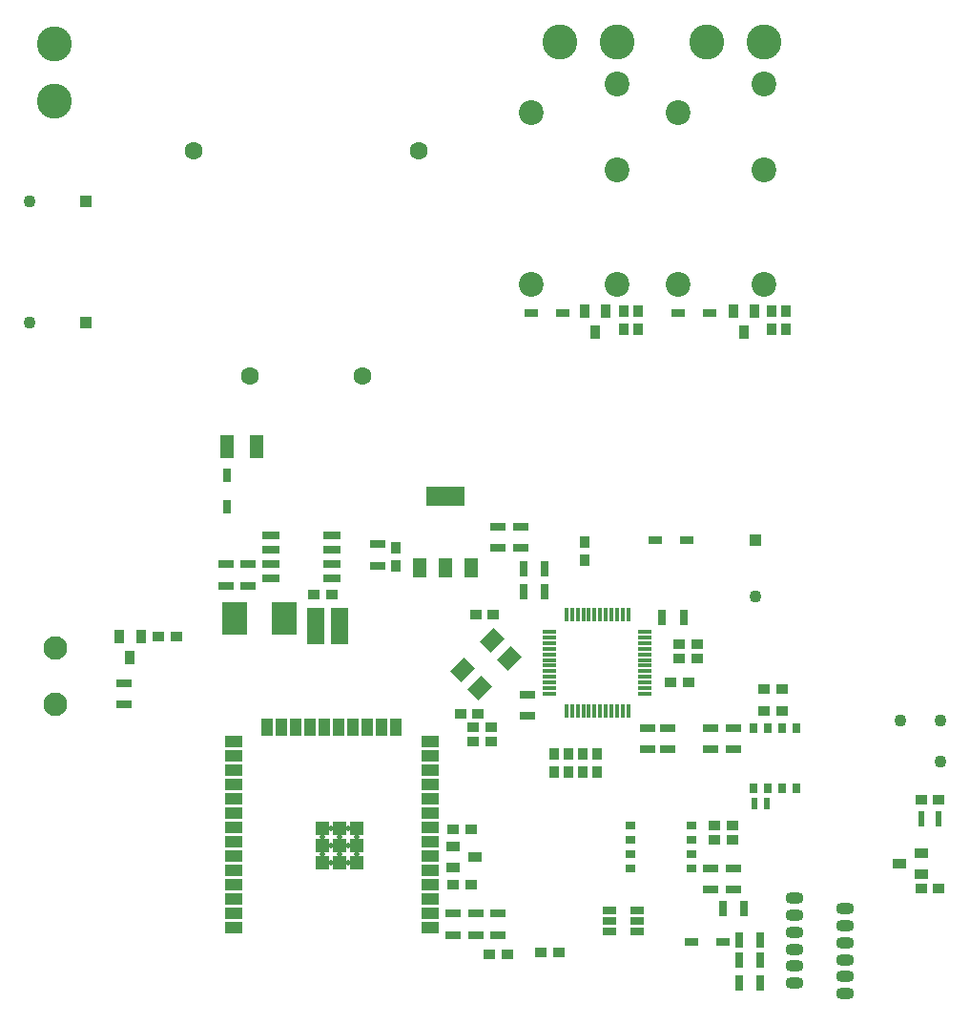
<source format=gts>
G04*
G04 #@! TF.GenerationSoftware,Altium Limited,Altium Designer,23.4.1 (23)*
G04*
G04 Layer_Color=8388736*
%FSLAX25Y25*%
%MOIN*%
G70*
G04*
G04 #@! TF.SameCoordinates,A51C0158-4689-45C6-BA85-3C71187D63DA*
G04*
G04*
G04 #@! TF.FilePolarity,Negative*
G04*
G01*
G75*
%ADD22R,0.04194X0.03494*%
%ADD23R,0.04724X0.03543*%
%ADD24R,0.02087X0.05315*%
%ADD25R,0.05118X0.01575*%
%ADD26R,0.01575X0.05118*%
%ADD29R,0.05512X0.03150*%
%ADD30R,0.03543X0.04724*%
%ADD31R,0.06496X0.02756*%
%ADD32R,0.08894X0.11193*%
%ADD33R,0.06299X0.12992*%
%ADD34R,0.02559X0.04528*%
%ADD35R,0.04724X0.08268*%
%ADD37R,0.04528X0.02559*%
%ADD38R,0.03494X0.04194*%
%ADD40R,0.06299X0.03937*%
%ADD41R,0.03937X0.06299*%
%ADD42R,0.04528X0.04528*%
G04:AMPARAMS|DCode=43|XSize=66.93mil|YSize=53.15mil|CornerRadius=0mil|HoleSize=0mil|Usage=FLASHONLY|Rotation=45.000|XOffset=0mil|YOffset=0mil|HoleType=Round|Shape=Rectangle|*
%AMROTATEDRECTD43*
4,1,4,-0.00487,-0.04245,-0.04245,-0.00487,0.00487,0.04245,0.04245,0.00487,-0.00487,-0.04245,0.0*
%
%ADD43ROTATEDRECTD43*%

%ADD45R,0.05118X0.06693*%
%ADD46R,0.13386X0.06693*%
%ADD47R,0.03150X0.05512*%
%ADD48R,0.02756X0.03543*%
%ADD49R,0.02362X0.04331*%
%ADD55R,0.04724X0.02756*%
%ADD56R,0.03543X0.02756*%
%ADD57O,0.06299X0.04331*%
%ADD58C,0.04331*%
%ADD59C,0.12205*%
%ADD60R,0.04331X0.04331*%
%ADD61C,0.08268*%
%ADD62C,0.06299*%
%ADD63C,0.08661*%
%ADD64C,0.01968*%
%ADD65R,0.04331X0.04331*%
D22*
X324757Y44122D02*
D03*
X331057D02*
D03*
X324747Y75300D02*
D03*
X331048D02*
D03*
X64447Y132300D02*
D03*
X58148D02*
D03*
X118851Y146799D02*
D03*
X112551D02*
D03*
X174600Y95400D02*
D03*
X168300D02*
D03*
X174600Y100568D02*
D03*
X168300D02*
D03*
X170047Y105300D02*
D03*
X163748D02*
D03*
X175400Y139700D02*
D03*
X169100D02*
D03*
X240300Y129450D02*
D03*
X246600D02*
D03*
X240300Y124450D02*
D03*
X246600D02*
D03*
X237348Y116100D02*
D03*
X243648D02*
D03*
X269800Y113970D02*
D03*
X276100D02*
D03*
Y106270D02*
D03*
X269800D02*
D03*
X161347Y64900D02*
D03*
X167648D02*
D03*
X161347Y45400D02*
D03*
X167648D02*
D03*
X198235Y21829D02*
D03*
X191935D02*
D03*
X180135Y21229D02*
D03*
X173835D02*
D03*
X252512Y66304D02*
D03*
X258812D02*
D03*
X252484Y61302D02*
D03*
X258784D02*
D03*
D23*
X324757Y56524D02*
D03*
Y49043D02*
D03*
X317277Y52784D02*
D03*
X161347Y51400D02*
D03*
Y58880D02*
D03*
X168828Y55140D02*
D03*
D24*
X324757Y68335D02*
D03*
X331056D02*
D03*
D25*
X194930Y112172D02*
D03*
Y118078D02*
D03*
X228395Y133826D02*
D03*
X194930Y122015D02*
D03*
Y114141D02*
D03*
Y116109D02*
D03*
Y129889D02*
D03*
Y131857D02*
D03*
Y133826D02*
D03*
Y125952D02*
D03*
Y127920D02*
D03*
Y123983D02*
D03*
X228395Y129889D02*
D03*
Y127920D02*
D03*
Y125952D02*
D03*
Y123983D02*
D03*
Y122015D02*
D03*
Y120046D02*
D03*
Y118078D02*
D03*
Y116109D02*
D03*
Y114141D02*
D03*
Y112172D02*
D03*
X194930Y120046D02*
D03*
X228395Y131857D02*
D03*
D26*
X200836Y106267D02*
D03*
Y139731D02*
D03*
X222489Y106267D02*
D03*
X222489Y139731D02*
D03*
X204773D02*
D03*
X206741D02*
D03*
X208710D02*
D03*
X210678D02*
D03*
X212647D02*
D03*
X214615D02*
D03*
X216584D02*
D03*
X218552D02*
D03*
X220521D02*
D03*
X218552Y106267D02*
D03*
X216584D02*
D03*
X214615D02*
D03*
X212647D02*
D03*
X210678D02*
D03*
X208710D02*
D03*
X206741D02*
D03*
X204773D02*
D03*
X202804D02*
D03*
X202804Y139731D02*
D03*
X220521Y106267D02*
D03*
D29*
X46148Y108400D02*
D03*
Y115880D02*
D03*
X81844Y157429D02*
D03*
Y149949D02*
D03*
X89718Y157429D02*
D03*
Y149949D02*
D03*
X187100Y111840D02*
D03*
Y104360D02*
D03*
X135047Y156858D02*
D03*
Y164338D02*
D03*
X176748Y163000D02*
D03*
Y170480D02*
D03*
X184748Y163040D02*
D03*
Y170520D02*
D03*
X229100Y100300D02*
D03*
Y92820D02*
D03*
X236100Y100300D02*
D03*
Y92820D02*
D03*
X251100Y100300D02*
D03*
Y92820D02*
D03*
X259100Y100300D02*
D03*
Y92820D02*
D03*
X161308Y35465D02*
D03*
Y27984D02*
D03*
X169182Y35465D02*
D03*
Y27984D02*
D03*
X177056Y35465D02*
D03*
Y27984D02*
D03*
X259400Y51300D02*
D03*
Y43820D02*
D03*
X251400Y51300D02*
D03*
Y43820D02*
D03*
D30*
X52119Y132251D02*
D03*
X44639D02*
D03*
X48379Y124771D02*
D03*
X214718Y245834D02*
D03*
X207237D02*
D03*
X210978Y238353D02*
D03*
X266686Y245834D02*
D03*
X259206D02*
D03*
X262946Y238353D02*
D03*
D31*
X118851Y152390D02*
D03*
Y157390D02*
D03*
Y162390D02*
D03*
Y167390D02*
D03*
X97592Y152390D02*
D03*
Y157390D02*
D03*
Y167390D02*
D03*
Y162390D02*
D03*
D32*
X102355Y138531D02*
D03*
X84954D02*
D03*
D33*
X113340Y135776D02*
D03*
X121607D02*
D03*
D34*
X82237Y177330D02*
D03*
Y188353D02*
D03*
D35*
X82237Y198571D02*
D03*
X92474D02*
D03*
D37*
X188447Y245100D02*
D03*
X199471D02*
D03*
X239948D02*
D03*
X250971D02*
D03*
X243000Y165700D02*
D03*
X231976D02*
D03*
X255466Y25500D02*
D03*
X244442D02*
D03*
D38*
X220747Y245900D02*
D03*
Y239600D02*
D03*
X225747Y239500D02*
D03*
Y245800D02*
D03*
X272548D02*
D03*
Y239500D02*
D03*
X277548D02*
D03*
Y245800D02*
D03*
X141347Y156858D02*
D03*
Y163158D02*
D03*
X207237Y158750D02*
D03*
Y165050D02*
D03*
X196600Y84850D02*
D03*
Y91150D02*
D03*
X201500D02*
D03*
Y84850D02*
D03*
X206500D02*
D03*
Y91150D02*
D03*
X211659Y84809D02*
D03*
Y91109D02*
D03*
D40*
X84421Y35410D02*
D03*
Y40410D02*
D03*
X84500Y55430D02*
D03*
X84421Y60410D02*
D03*
Y65410D02*
D03*
Y70410D02*
D03*
Y75410D02*
D03*
Y80410D02*
D03*
Y85410D02*
D03*
Y90410D02*
D03*
Y95410D02*
D03*
D03*
X153319D02*
D03*
Y90410D02*
D03*
Y85410D02*
D03*
Y80410D02*
D03*
Y75410D02*
D03*
Y70410D02*
D03*
Y65410D02*
D03*
Y60410D02*
D03*
Y55410D02*
D03*
Y50410D02*
D03*
Y45410D02*
D03*
Y35410D02*
D03*
Y30410D02*
D03*
D03*
X84421D02*
D03*
X153319Y40410D02*
D03*
X84421Y50410D02*
D03*
Y45410D02*
D03*
D41*
X96370Y100410D02*
D03*
X101370Y100331D02*
D03*
X106370D02*
D03*
X111370D02*
D03*
X116370D02*
D03*
X121370D02*
D03*
X126370D02*
D03*
X131370D02*
D03*
X136370D02*
D03*
X141370D02*
D03*
D03*
D42*
X121547Y59308D02*
D03*
X127555Y65316D02*
D03*
X121547D02*
D03*
X115540D02*
D03*
Y59308D02*
D03*
X127555D02*
D03*
X115540Y53300D02*
D03*
X121547D02*
D03*
X127555D02*
D03*
D43*
X170647Y114300D02*
D03*
X174823Y130725D02*
D03*
X164523Y120424D02*
D03*
X180947Y124600D02*
D03*
D45*
X167703Y156002D02*
D03*
X149592D02*
D03*
X158648D02*
D03*
D46*
Y181199D02*
D03*
D47*
X193233Y155776D02*
D03*
X185752D02*
D03*
X193233Y147902D02*
D03*
X185752D02*
D03*
X234400Y138800D02*
D03*
X241880D02*
D03*
X255460Y37000D02*
D03*
X262940D02*
D03*
X268700Y26100D02*
D03*
X261220D02*
D03*
X268700Y19100D02*
D03*
X261220D02*
D03*
X268700Y11143D02*
D03*
X261220D02*
D03*
D48*
X266100Y100300D02*
D03*
X271100D02*
D03*
X276100D02*
D03*
X281100D02*
D03*
X276100Y79040D02*
D03*
X271100D02*
D03*
X266100D02*
D03*
X281100D02*
D03*
D49*
X270765Y73770D02*
D03*
X266435D02*
D03*
D55*
X215879Y32900D02*
D03*
X225721Y36640D02*
D03*
Y29160D02*
D03*
X215879D02*
D03*
X215879Y36640D02*
D03*
X225721Y32900D02*
D03*
D56*
X244442Y51304D02*
D03*
Y66304D02*
D03*
Y61304D02*
D03*
Y56304D02*
D03*
X223182D02*
D03*
Y61304D02*
D03*
Y66304D02*
D03*
Y51304D02*
D03*
D57*
X298084Y7508D02*
D03*
Y13413D02*
D03*
Y19319D02*
D03*
Y25224D02*
D03*
Y37036D02*
D03*
Y31130D02*
D03*
X280700Y40671D02*
D03*
Y34765D02*
D03*
Y28860D02*
D03*
Y22954D02*
D03*
Y11143D02*
D03*
Y17049D02*
D03*
D58*
X331730Y88527D02*
D03*
Y102670D02*
D03*
X317587D02*
D03*
X13143Y284023D02*
D03*
Y241700D02*
D03*
X267048Y146057D02*
D03*
D59*
X22001Y319141D02*
D03*
Y339141D02*
D03*
X269954Y339928D02*
D03*
X249954D02*
D03*
X198458D02*
D03*
X218458D02*
D03*
D60*
X32828Y284023D02*
D03*
Y241700D02*
D03*
D61*
X22395Y108432D02*
D03*
Y128117D02*
D03*
D62*
X90111Y222999D02*
D03*
X129481D02*
D03*
X70426Y301739D02*
D03*
X149167D02*
D03*
D63*
X239934Y255146D02*
D03*
X269934D02*
D03*
X239934Y315146D02*
D03*
X269934Y325146D02*
D03*
Y295146D02*
D03*
X218458D02*
D03*
Y325146D02*
D03*
X188458Y315146D02*
D03*
X218458Y255146D02*
D03*
X188458D02*
D03*
D64*
X115540Y62312D02*
D03*
X118544Y65316D02*
D03*
X121547Y62312D02*
D03*
X118544Y59308D02*
D03*
X124551D02*
D03*
X127555Y62312D02*
D03*
X124551Y65316D02*
D03*
X127555Y56304D02*
D03*
X121547D02*
D03*
X124551Y53300D02*
D03*
X118544D02*
D03*
X115540Y56304D02*
D03*
D65*
X267048Y165743D02*
D03*
M02*

</source>
